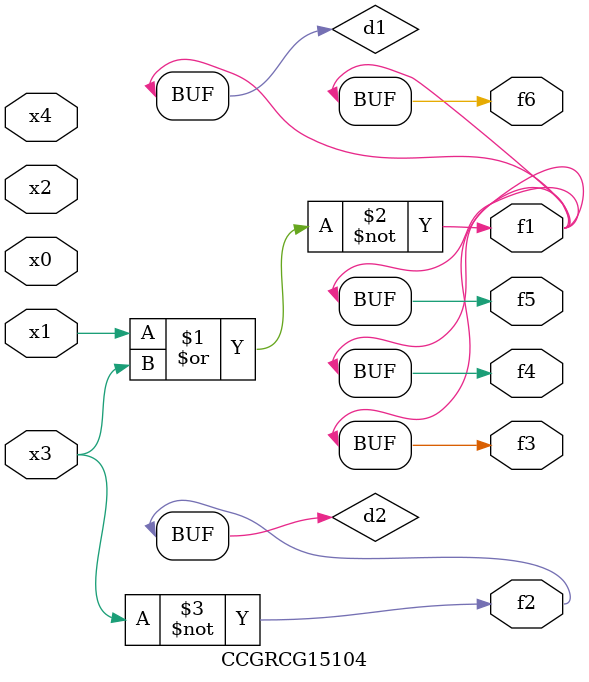
<source format=v>
module CCGRCG15104(
	input x0, x1, x2, x3, x4,
	output f1, f2, f3, f4, f5, f6
);

	wire d1, d2;

	nor (d1, x1, x3);
	not (d2, x3);
	assign f1 = d1;
	assign f2 = d2;
	assign f3 = d1;
	assign f4 = d1;
	assign f5 = d1;
	assign f6 = d1;
endmodule

</source>
